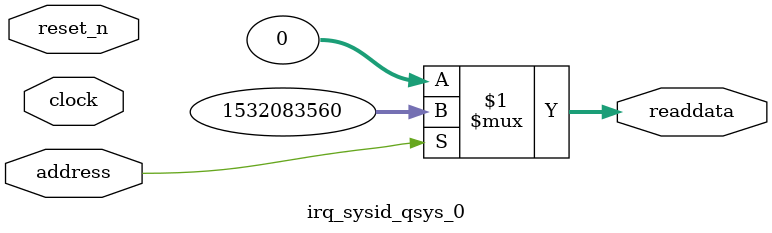
<source format=v>

`timescale 1ns / 1ps
// synthesis translate_on

// turn off superfluous verilog processor warnings 
// altera message_level Level1 
// altera message_off 10034 10035 10036 10037 10230 10240 10030 

module irq_sysid_qsys_0 (
               // inputs:
                address,
                clock,
                reset_n,

               // outputs:
                readdata
             )
;

  output  [ 31: 0] readdata;
  input            address;
  input            clock;
  input            reset_n;

  wire    [ 31: 0] readdata;
  //control_slave, which is an e_avalon_slave
  assign readdata = address ? 1532083560 : 0;

endmodule




</source>
